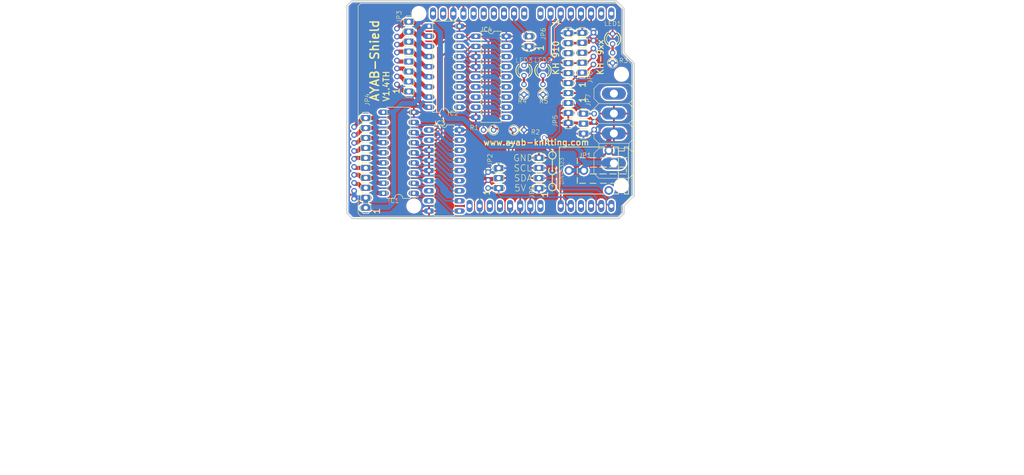
<source format=kicad_pcb>
(kicad_pcb (version 20211014) (generator pcbnew)
  (layers (0 "F.Cu" signal) (31 "B.Cu" signal) (34 "B.Paste" user) (35 "F.Paste" user) (36 "B.SilkS" user "B.Silkscreen") (37 "F.SilkS" user "F.Silkscreen") (38 "B.Mask" user) (39 "F.Mask" user) (44 "Edge.Cuts" user))
  (net 0 "")
  (net 1 "VIN")
  (net 2 "3V3")
  (net 3 "GND")
  (net 4 "+5V")
  (net 5 "N$1")
  (net 6 "N$10")
  (net 7 "N$11")
  (net 8 "N$12")
  (net 9 "N$13")
  (net 10 "N$14")
  (net 11 "N$15")
  (net 12 "N$16")
  (net 13 "SDA")
  (net 14 "SCL")
  (net 15 "N$17")
  (net 16 "N$18")
  (net 17 "N$19")
  (net 18 "N$20")
  (net 19 "N$21")
  (net 20 "N$22")
  (net 21 "N$23")
  (net 22 "N$24")
  (net 23 "N$25")
  (net 24 "N$26")
  (net 25 "N$27")
  (net 26 "N$28")
  (net 27 "N$29")
  (net 28 "N$30")
  (net 29 "N$31")
  (net 30 "N$32")
  (net 31 "ENC0PINC")
  (net 32 "EOL0R")
  (net 33 "EOL0L")
  (net 34 "N$34")
  (net 35 "+15V")
  (net 36 "N$35")
  (net 37 "N$36")
  (net 38 "+5V/1")
  (net 39 "N$37")
  (net 40 "N$38")
  (net 41 "N$2")
  (net 42 "N$3")
  (net 43 "N$4")
  (net 44 "N$5")
  (net 45 "N$6")
  (net 46 "N$7")
  (net 47 "N$8")
  (net 48 "N$9")
  (net 49 "RESET")
  (net 50 "ENC0PINA")
  (net 51 "ENC0PINB")
  (net 52 "N$33")
  (footprint "arduino_shield:A4L-LOC" (layer "F.Cu") (at 25.7302 196.4182)
    (fp_text reference "U$2" hide)
    (fp_text value "V1.3TH" hide)
  )
  (footprint "arduino_shield:1X02" (layer "F.Cu") (at 158.1658 87.8586 90)
    (fp_text reference "JP6")
    (fp_text value "")
  )
  (footprint "arduino_shield:NEB1R" (layer "F.Cu") (at 178.1683 120.2436 90)
    (fp_text reference "X1" hide)
    (fp_text value "NEB1R" hide)
  )
  (footprint "arduino_shield:1X04" (layer "F.Cu") (at 160.6423 120.8786 90)
    (fp_text reference "JP9")
    (fp_text value "")
  )
  (footprint "arduino_shield:0207_2V" (layer "F.Cu") (at 155.6258 110.0836)
    (fp_text reference "R2")
    (fp_text value "")
  )
  (footprint "arduino_shield:1X10" (layer "F.Cu") (at 168.0083 97.0661 -90)
    (fp_text reference "JP5")
    (fp_text value "")
  )
  (footprint "arduino_shield:1X08" (layer "F.Cu") (at 128.0033 91.6686 90)
    (fp_text reference "JP3")
    (fp_text value "")
  )
  (footprint "arduino_shield:DIL18" (layer "F.Cu") (at 136.8933 94.2086 90)
    (fp_text reference "IC2")
    (fp_text value "")
  )
  (footprint "arduino_shield:1X10" (layer "F.Cu") (at 114.2873 118.3386 90)
    (fp_text reference "JP4A0" hide)
    (fp_text value "1X10" hide)
  )
  (footprint "arduino_shield:0207_2V" (layer "F.Cu") (at 161.6583 99.9236 90)
    (fp_text reference "R5")
    (fp_text value "")
  )
  (footprint "arduino_shield:LED3MM" (layer "F.Cu") (at 156.8958 95.1611 90)
    (fp_text reference "LED3")
    (fp_text value "")
  )
  (footprint "arduino_shield:0207_2V" (layer "F.Cu") (at 179.1208 91.9861 90)
    (fp_text reference "R3")
    (fp_text value "")
  )
  (footprint "arduino_shield:DIL18" (layer "F.Cu") (at 125.4633 115.7986 90)
    (fp_text reference "IC1")
    (fp_text value "")
  )
  (footprint "arduino_shield:LED3MM" (layer "F.Cu") (at 179.1208 87.2236 90)
    (fp_text reference "LED1")
    (fp_text value "")
  )
  (footprint "arduino_shield:1X03" (layer "F.Cu") (at 171.8183 108.4961 -90)
    (fp_text reference "JP7")
    (fp_text value "")
  )
  (footprint "arduino_shield:1X05" (layer "F.Cu") (at 171.5008 90.7161 -90)
    (fp_text reference "JP8")
    (fp_text value "")
  )
  (footprint "arduino_shield:0207_2V" (layer "F.Cu") (at 148.0058 110.0836 180)
    (fp_text reference "R1")
    (fp_text value "")
  )
  (footprint "arduino_shield:DIL18" (layer "F.Cu") (at 136.8933 120.2436 -90)
    (fp_text reference "IC3")
    (fp_text value "MCP2300X/P" hide)
  )
  (footprint "arduino_shield:LED3MM" (layer "F.Cu") (at 161.6583 95.1611 90)
    (fp_text reference "LED2")
    (fp_text value "")
  )
  (footprint "arduino_shield:1X3" (layer "F.Cu") (at 174.498 108.0008 -90)
    (fp_text reference "JP7A0" hide)
    (fp_text value "1X3" hide)
  )
  (footprint "arduino_shield:AYAB_POW" (layer "F.Cu") (at 179.4383 105.9561 -90)
    (fp_text reference "JP1")
    (fp_text value "POWERCON" hide)
  )
  (footprint "arduino_shield:0207_2V" (layer "F.Cu") (at 156.8958 99.9236 90)
    (fp_text reference "R4")
    (fp_text value "")
  )
  (footprint "arduino_shield:1X3" (layer "F.Cu") (at 147.9042 122.6566 90)
    (fp_text reference "JP2A0" hide)
    (fp_text value "1X3" hide)
  )
  (footprint "arduino_shield:DIL18" (layer "F.Cu") (at 148.6408 96.7486 -90)
    (fp_text reference "IC4")
    (fp_text value "MCP2300X/P" hide)
  )
  (footprint "arduino_shield:1X03" (layer "F.Cu") (at 150.5458 122.1486 90)
    (fp_text reference "JP2")
    (fp_text value "")
  )
  (footprint "arduino_shield:1X10" (layer "F.Cu") (at 117.2083 118.3386 90)
    (fp_text reference "JP4")
    (fp_text value "")
  )
  (footprint "arduino_shield:1X8" (layer "F.Cu") (at 125.0315 91.6559 90)
    (fp_text reference "JP3A0" hide)
    (fp_text value "1X8" hide)
  )
  (footprint "arduino_shield:UNOTP" (layer "F.Cu") (at 115.3033 131.6736)
    (fp_text reference "ARD1" hide)
    (fp_text value "UNOTP" hide)
  )
  (footprint "arduino_shield:1X5" (layer "F.Cu") (at 174.3202 89.6493 -90)
    (fp_text reference "JP8A0" hide)
    (fp_text value "1X5" hide)
  )
  (gr_line (start 164.0078 123.4567) (end 164.0078 121.2723) (layer "F.SilkS") (width 0.254))
  (gr_line (start 164.0078 117.3734) (end 164.0078 120.3325) (layer "F.SilkS") (width 0.254))
  (gr_circle (center 164.0078 120.3325) (end 164.14039 120.3325) (layer "F.SilkS") (width 0.254) (fill none))
  (gr_arc (start 164.7952 119.7737) (mid 163.976684 121.26583) (end 163.2585 119.7229) (layer "F.SilkS") (width 0.254))
  (gr_circle (center 164.0078 124.3965) (end 164.933156 124.3965) (layer "F.SilkS") (width 0.254) (fill none))
  (gr_circle (center 164.0078 116.4336) (end 164.933156 116.4336) (layer "F.SilkS") (width 0.254) (fill none))
  (gr_line (start 113.8555 132.3086) (end 180.7083 132.3086) (layer "Edge.Cuts") (width 0.3048))
  (gr_line (start 180.0733 77.6986) (end 113.6904 77.6986) (layer "Edge.Cuts") (width 0.3048))
  (gr_line (start 181.9783 79.6036) (end 180.0733 77.6986) (layer "Edge.Cuts") (width 0.3048))
  (gr_line (start 112.4839 78.867) (end 112.4839 130.937) (layer "Edge.Cuts") (width 0.3048))
  (gr_line (start 181.9783 90.7161) (end 181.9783 79.6036) (layer "Edge.Cuts") (width 0.3048))
  (gr_line (start 112.4839 130.937) (end 113.8555 132.3086) (layer "Edge.Cuts") (width 0.3048))
  (gr_line (start 113.6904 77.6986) (end 112.4839 78.867) (layer "Edge.Cuts") (width 0.3048))
  (gr_line (start 184.5183 126.5936) (end 184.5183 93.2561) (layer "Edge.Cuts") (width 0.3048))
  (gr_line (start 184.5183 93.2561) (end 181.9783 90.7161) (layer "Edge.Cuts") (width 0.3048))
  (gr_line (start 181.9783 129.1336) (end 184.5183 126.5936) (layer "Edge.Cuts") (width 0.3048))
  (gr_line (start 180.7083 132.3086) (end 181.9783 131.0386) (layer "Edge.Cuts") (width 0.3048))
  (gr_line (start 181.9783 131.0386) (end 181.9783 129.1336) (layer "Edge.Cuts") (width 0.3048))
  (gr_text "1" (at 172.4533 103.4161 90) (layer "F.SilkS") (effects (font (size 1.5113 1.5113) (thickness 0.2667)) (justify left bottom)))
  (gr_text "5V" (at 154.3812 125.603) (layer "F.SilkS") (effects (font (size 1.63576 1.63576) (thickness 0.14224)) (justify left bottom)))
  (gr_text "www.ayab-knitting.com" (at 173.4058 112.3061) (layer "F.SilkS") (effects (font (size 1.5113 1.5113) (thickness 0.2667)) (justify right top)))
  (gr_text "1" (at 172.4533 99.6061 90) (layer "F.SilkS") (effects (font (size 1.5113 1.5113) (thickness 0.2667)) (justify left bottom)))
  (gr_text "AYAB-Shield" (at 120.7008 103.0986 90) (layer "F.SilkS") (effects (font (size 2.159 2.159) (thickness 0.381)) (justify left bottom)))
  (gr_text "V1.4TH" (at 123.2408 103.0986 90) (layer "F.SilkS") (effects (font (size 1.5113 1.5113) (thickness 0.2667)) (justify left bottom)))
  (gr_text "1" (at 119.0879 129.54 90) (layer "F.SilkS") (effects (font (size 1.5113 1.5113) (thickness 0.2667)) (justify right top)))
  (gr_text "1" (at 163.0172 127.1524 90) (layer "F.SilkS") (effects (font (size 1.5113 1.5113) (thickness 0.2667)) (justify left bottom)))
  (gr_text "1" (at 125.7808 101.1936 90) (layer "F.SilkS") (effects (font (size 1.5113 1.5113) (thickness 0.2667)) (justify left bottom)))
  (gr_text "1" (at 148.4376 126.6063 90) (layer "F.SilkS") (effects (font (size 1.5113 1.5113) (thickness 0.2667)) (justify left bottom)))
  (gr_text "KH 910" (at 165.7858 96.4311 90) (layer "F.SilkS") (effects (font (size 1.5113 1.5113) (thickness 0.2667)) (justify left bottom)))
  (gr_text "1" (at 161.9758 90.3986 90) (layer "F.SilkS") (effects (font (size 1.5113 1.5113) (thickness 0.2667)) (justify left bottom)))
  (gr_text "SCL" (at 154.2161 120.5992) (layer "F.SilkS") (effects (font (size 1.63576 1.63576) (thickness 0.14224)) (justify left bottom)))
  (gr_text "1" (at 165.7858 84.0486 90) (layer "F.SilkS") (effects (font (size 1.5113 1.5113) (thickness 0.2667)) (justify left bottom)))
  (gr_text "GND" (at 154.1145 118.0592) (layer "F.SilkS") (effects (font (size 1.63576 1.63576) (thickness 0.14224)) (justify left bottom)))
  (gr_text "+" (at 164.5285 124.7394 90) (layer "F.SilkS") (effects (font (size 0.9144 0.9144) (thickness 0.1016)) (justify left bottom)))
  (gr_text "SDA" (at 154.2923 123.1011) (layer "F.SilkS") (effects (font (size 1.63576 1.63576) (thickness 0.14224)) (justify left bottom)))
  (gr_text "KH-9xx" (at 176.9491 96.4565 90) (layer "F.SilkS") (effects (font (size 1.5113 1.5113) (thickness 0.2667)) (justify left bottom)))
  (gr_text "-" (at 164.5539 116.7511 90) (layer "F.SilkS") (effects (font (size 0.9144 0.9144) (thickness 0.1016)) (justify left bottom)))
  (segment (start 147.9042 122.6566) (end 150.1267 122.6566) (width 0.6096) (layer "F.Cu") (net 3))
  (segment (start 176.0728 87.6935) (end 172.0234 87.6935) (width 0.6096) (layer "F.Cu") (net 3))
  (segment (start 174.3456 107.8103) (end 173.8757 108.2802) (width 0.6096) (layer "F.Cu") (net 3))
  (segment (start 176.0286 87.6493) (end 176.0728 87.6935) (width 0.6096) (layer "F.Cu") (net 3))
  (segment (start 176.6951 107.8103) (end 174.3456 107.8103) (width 0.6096) (layer "F.Cu") (net 3))
  (segment (start 178.1683 112.2261) (end 179.4383 110.9561) (width 1.27) (layer "F.Cu") (net 3))
  (segment (start 147.1168 122.1867) (end 146.8247 122.4788) (width 0.6096) (layer "F.Cu") (net 3))
  (segment (start 178.1683 115.2436) (end 178.1683 112.2261) (width 1.27) (layer "F.Cu") (net 3))
  (segment (start 171.4008 88.3161) (end 171.5008 88.2161) (width 0.6096) (layer "F.Cu") (net 3))
  (segment (start 173.8757 108.2802) (end 168.0442 108.2802) (width 0.6096) (layer "F.Cu") (net 3))
  (segment (start 146.7104 122.4788) (end 146.6342 122.4026) (width 0.6096) (layer "F.Cu") (net 3))
  (segment (start 168.0083 88.3161) (end 171.4008 88.3161) (width 0.6096) (layer "F.Cu") (net 3))
  (segment (start 171.8183 108.4961) (end 176.0093 108.4961) (width 0.6096) (layer "F.Cu") (net 3))
  (segment (start 174.3202 87.6493) (end 176.0286 87.6493) (width 0.6096) (layer "F.Cu") (net 3))
  (segment (start 150.1267 122.6566) (end 150.5966 122.1867) (width 0.6096) (layer "F.Cu") (net 3))
  (segment (start 176.0093 108.4961) (end 176.6951 107.8103) (width 0.6096) (layer "F.Cu") (net 3))
  (segment (start 168.0442 108.2802) (end 168.0083 108.3161) (width 0.6096) (layer "F.Cu") (net 3))
  (segment (start 146.8247 122.4788) (end 146.7104 122.4788) (width 0.6096) (layer "F.Cu") (net 3))
  (segment (start 168.1883 108.4961) (end 168.0083 108.3161) (width 0.6096) (layer "F.Cu") (net 3))
  (segment (start 172.0234 87.6935) (end 171.5008 88.2161) (width 0.6096) (layer "F.Cu") (net 3))
  (segment (start 150.5966 122.1867) (end 147.1168 122.1867) (width 0.6096) (layer "F.Cu") (net 3))
  (segment (start 147.9042 120.6566) (end 149.5486 120.6566) (width 0.6096) (layer "B.Cu") (net 4))
  (segment (start 150.5585 119.6467) (end 150.5585 120.0531) (width 0.6096) (layer "B.Cu") (net 4))
  (segment (start 149.5486 120.6566) (end 150.5585 119.6467) (width 0.6096) (layer "B.Cu") (net 4))
  (segment (start 149.9108 105.6386) (end 143.5608 105.6386) (width 0.4064) (layer "B.Cu") (net 5))
  (segment (start 143.5608 105.6386) (end 142.2908 104.3686) (width 0.4064) (layer "B.Cu") (net 5))
  (segment (start 151.1808 106.9086) (end 149.9108 105.6386) (width 0.4064) (layer "B.Cu") (net 5))
  (segment (start 142.2908 104.3686) (end 140.7033 104.3686) (width 0.4064) (layer "B.Cu") (net 5))
  (segment (start 152.4508 106.9086) (end 151.1808 106.9086) (width 0.4064) (layer "B.Cu") (net 5))
  (segment (start 150.8633 104.3686) (end 149.5933 103.0986) (width 0.4064) (layer "B.Cu") (net 6))
  (segment (start 142.2908 101.8286) (end 140.7033 101.8286) (width 0.4064) (layer "B.Cu") (net 6))
  (segment (start 152.4508 104.3686) (end 150.8633 104.3686) (width 0.4064) (layer "B.Cu") (net 6))
  (segment (start 149.5933 103.0986) (end 143.5608 103.0986) (width 0.4064) (layer "B.Cu") (net 6))
  (segment (start 143.5608 103.0986) (end 142.2908 101.8286) (width 0.4064) (layer "B.Cu") (net 6))
  (segment (start 152.4508 101.8286) (end 150.8633 101.8286) (width 0.4064) (layer "B.Cu") (net 7))
  (segment (start 150.8633 101.8286) (end 149.5933 100.5586) (width 0.4064) (layer "B.Cu") (net 7))
  (segment (start 142.2908 99.2886) (end 140.7033 99.2886) (width 0.4064) (layer "B.Cu") (net 7))
  (segment (start 143.5608 100.5586) (end 142.2908 99.2886) (width 0.4064) (layer "B.Cu") (net 7))
  (segment (start 149.5933 100.5586) (end 143.5608 100.5586) (width 0.4064) (layer "B.Cu") (net 7))
  (segment (start 143.5608 98.0186) (end 142.2908 96.7486) (width 0.4064) (layer "B.Cu") (net 8))
  (segment (start 152.4508 99.2886) (end 150.8633 99.2886) (width 0.4064) (layer "B.Cu") (net 8))
  (segment (start 149.5933 98.0186) (end 143.5608 98.0186) (width 0.4064) (layer "B.Cu") (net 8))
  (segment (start 142.2908 96.7486) (end 140.7033 96.7486) (width 0.4064) (layer "B.Cu") (net 8))
  (segment (start 150.8633 99.2886) (end 149.5933 98.0186) (width 0.4064) (layer "B.Cu") (net 8))
  (segment (start 151.1808 96.7486) (end 149.9108 95.4786) (width 0.4064) (layer "B.Cu") (net 9))
  (segment (start 149.9108 95.4786) (end 143.5608 95.4786) (width 0.4064) (layer "B.Cu") (net 9))
  (segment (start 143.5608 95.4786) (end 142.2908 94.2086) (width 0.4064) (layer "B.Cu") (net 9))
  (segment (start 142.2908 94.2086) (end 140.7033 94.2086) (width 0.4064) (layer "B.Cu") (net 9))
  (segment (start 152.4508 96.7486) (end 151.1808 96.7486) (width 0.4064) (layer "B.Cu") (net 9))
  (segment (start 141.9733 91.6686) (end 140.7033 91.6686) (width 0.4064) (layer "B.Cu") (net 10))
  (segment (start 149.5933 92.9386) (end 143.2433 92.9386) (width 0.4064) (layer "B.Cu") (net 10))
  (segment (start 143.2433 92.9386) (end 141.9733 91.6686) (width 0.4064) (layer "B.Cu") (net 10))
  (segment (start 150.8633 94.2086) (end 149.5933 92.9386) (width 0.4064) (layer "B.Cu") (net 10))
  (segment (start 152.4508 94.2086) (end 150.8633 94.2086) (width 0.4064) (layer "B.Cu") (net 10))
  (segment (start 143.2433 90.3986) (end 141.9733 89.1286) (width 0.4064) (layer "B.Cu") (net 11))
  (segment (start 150.8633 91.6686) (end 149.5933 90.3986) (width 0.4064) (layer "B.Cu") (net 11))
  (segment (start 149.5933 90.3986) (end 143.2433 90.3986) (width 0.4064) (layer "B.Cu") (net 11))
  (segment (start 152.4508 91.6686) (end 150.8633 91.6686) (width 0.4064) (layer "B.Cu") (net 11))
  (segment (start 141.9733 89.1286) (end 140.7033 89.1286) (width 0.4064) (layer "B.Cu") (net 11))
  (segment (start 142.2908 86.5886) (end 140.7033 86.5886) (width 0.4064) (layer "B.Cu") (net 12))
  (segment (start 143.5608 87.8586) (end 142.2908 86.5886) (width 0.4064) (layer "B.Cu") (net 12))
  (segment (start 149.5933 87.8586) (end 143.5608 87.8586) (width 0.4064) (layer "B.Cu") (net 12))
  (segment (start 150.8633 89.1286) (end 149.5933 87.8586) (width 0.4064) (layer "B.Cu") (net 12))
  (segment (start 152.4508 89.1286) (end 150.8633 89.1286) (width 0.4064) (layer "B.Cu") (net 12))
  (segment (start 136.2583 91.6686) (end 137.5283 90.3986) (width 0.4064) (layer "F.Cu") (net 13))
  (segment (start 133.0833 112.6236) (end 134.9883 112.6236) (width 0.4064) (layer "F.Cu") (net 13))
  (segment (start 153.0858 120.2436) (end 154.9908 122.1486) (width 0.4064) (layer "F.Cu") (net 13))
  (segment (start 149.2758 110.0836) (end 149.5933 110.0836) (width 0.4064) (layer "F.Cu") (net 13))
  (segment (start 149.5933 109.7661) (end 147.0533 107.2261) (width 0.4064) (layer "F.Cu") (net 13))
  (segment (start 149.5933 109.7661) (end 152.1333 109.7661) (width 0.4064) (layer "F.Cu") (net 13))
  (segment (start 142.2908 90.3986) (end 143.5608 89.1286) (width 0.4064) (layer "F.Cu") (net 13))
  (segment (start 147.0533 107.2261) (end 147.0533 89.7636) (width 0.4064) (layer "F.Cu") (net 13))
  (segment (start 137.5283 90.3986) (end 142.2908 90.3986) (width 0.4064) (layer "F.Cu") (net 13))
  (segment (start 149.5933 110.0836) (end 149.5933 109.7661) (width 0.4064) (layer "F.Cu") (net 13))
  (segment (start 160.6423 122.1486) (end 154.9908 122.1486) (width 0.4064) (layer "F.Cu") (net 13))
  (segment (start 136.2583 111.3536) (end 136.2583 91.6686) (width 0.4064) (layer "F.Cu") (net 13))
  (segment (start 147.0533 89.7636) (end 146.4183 89.1286) (width 0.4064) (layer "F.Cu") (net 13))
  (segment (start 146.4183 89.1286) (end 144.8308 89.1286) (width 0.4064) (layer "F.Cu") (net 13))
  (segment (start 152.1333 109.7661) (end 153.0858 110.7186) (width 0.4064) (layer "F.Cu") (net 13))
  (segment (start 153.0858 110.7186) (end 153.0858 120.2436) (width 0.4064) (layer "F.Cu") (net 13))
  (segment (start 134.9883 112.6236) (end 136.2583 111.3536) (width 0.4064) (layer "F.Cu") (net 13))
  (segment (start 143.5608 89.1286) (end 144.8308 89.1286) (width 0.4064) (layer "F.Cu") (net 13))
  (segment (start 174.9933 128.4986) (end 175.6283 129.1336) (width 0.4064) (layer "B.Cu") (net 13))
  (segment (start 164.8333 122.7836) (end 164.8333 125.3236) (width 0.4064) (layer "B.Cu") (net 13))
  (segment (start 174.9933 126.9111) (end 174.9933 128.4986) (width 0.4064) (layer "B.Cu") (net 13))
  (segment (start 175.6283 129.1336) (end 176.2633 129.1336) (width 0.4064) (layer "B.Cu") (net 13))
  (segment (start 160.6423 122.1486) (end 164.1983 122.1486) (width 0.4064) (layer "B.Cu") (net 13))
  (segment (start 164.1983 122.1486) (end 164.8333 122.7836) (width 0.4064) (layer "B.Cu") (net 13))
  (segment (start 165.4683 125.9586) (end 174.0408 125.9586) (width 0.4064) (layer "B.Cu") (net 13))
  (segment (start 164.8333 125.3236) (end 165.4683 125.9586) (width 0.4064) (layer "B.Cu") (net 13))
  (segment (start 174.0408 125.9586) (end 174.9933 126.9111) (width 0.4064) (layer "B.Cu") (net 13))
  (segment (start 136.8933 87.8586) (end 142.2908 87.8586) (width 0.4064) (layer "F.Cu") (net 14))
  (segment (start 134.6708 110.0836) (end 135.3058 109.4486) (width 0.4064) (layer "F.Cu") (net 14))
  (segment (start 154.0383 110.4011) (end 154.0383 118.6561) (width 0.4064) (layer "F.Cu") (net 14))
  (segment (start 154.0383 118.6561) (end 154.9908 119.6086) (width 0.4064) (layer "F.Cu") (net 14))
  (segment (start 148.0058 88.1761) (end 146.4183 86.5886) (width 0.4064) (layer "F.Cu") (net 14))
  (segment (start 135.3058 109.4486) (end 135.3058 89.4461) (width 0.4064) (layer "F.Cu") (net 14))
  (segment (start 152.4508 108.8136) (end 154.0383 110.4011) (width 0.4064) (layer "F.Cu") (net 14))
  (segment (start 135.3058 89.4461) (end 136.8933 87.8586) (width 0.4064) (layer "F.Cu") (net 14))
  (segment (start 148.0058 106.9086) (end 148.0058 88.1761) (width 0.4064) (layer "F.Cu") (net 14))
  (segment (start 142.2908 87.8586) (end 143.5608 86.5886) (width 0.4064) (layer "F.Cu") (net 14))
  (segment (start 149.9108 108.8136) (end 148.0058 106.9086) (width 0.4064) (layer "F.Cu") (net 14))
  (segment (start 146.4183 86.5886) (end 144.8308 86.5886) (width 0.4064) (layer "F.Cu") (net 14))
  (segment (start 154.3558 110.0836) (end 154.0383 110.0836) (width 0.4064) (layer "F.Cu") (net 14))
  (segment (start 143.5608 86.5886) (end 144.8308 86.5886) (width 0.4064) (layer "F.Cu") (net 14))
  (segment (start 149.9108 108.8136) (end 152.4508 108.8136) (width 0.4064) (layer "F.Cu") (net 14))
  (segment (start 154.0383 110.0836) (end 154.0383 110.4011) (width 0.4064) (layer "F.Cu") (net 14))
  (segment (start 154.9908 119.6086) (end 160.6423 119.6086) (width 0.4064) (layer "F.Cu") (net 14))
  (segment (start 133.0833 110.0836) (end 134.6708 110.0836) (width 0.4064) (layer "F.Cu") (net 14))
  (segment (start 164.5158 119.6086) (end 165.7858 120.8786) (width 0.4064) (layer "B.Cu") (net 14))
  (segment (start 175.3108 125.0061) (end 177.5333 127.2286) (width 0.4064) (layer "B.Cu") (net 14))
  (segment (start 160.6423 119.6086) (end 164.5158 119.6086) (width 0.4064) (layer "B.Cu") (net 14))
  (segment (start 166.4208 125.0061) (end 175.3108 125.0061) (width 0.4064) (layer "B.Cu") (net 14))
  (segment (start 177.5333 128.4986) (end 178.1683 129.1336) (width 0.4064) (layer "B.Cu") (net 14))
  (segment (start 177.5333 127.2286) (end 177.5333 128.4986) (width 0.4064) (layer "B.Cu") (net 14))
  (segment (start 165.7858 124.3711) (end 166.4208 125.0061) (width 0.4064) (layer "B.Cu") (net 14))
  (segment (start 165.7858 120.8786) (end 165.7858 124.3711) (width 0.4064) (layer "B.Cu") (net 14))
  (segment (start 178.1683 129.1336) (end 178.8033 129.1336) (width 0.4064) (layer "B.Cu") (net 14))
  (segment (start 128.0033 100.4186) (end 126.7942 100.4186) (width 1.016) (layer "F.Cu") (net 15))
  (segment (start 133.0833 104.3686) (end 132.1308 104.3686) (width 1.016) (layer "F.Cu") (net 15))
  (segment (start 130.2258 101.8286) (end 128.9558 100.5586) (width 1.016) (layer "F.Cu") (net 15))
  (segment (start 128.1433 100.5586) (end 128.0033 100.4186) (width 1.016) (layer "F.Cu") (net 15))
  (segment (start 128.9558 100.5586) (end 128.1433 100.5586) (width 1.016) (layer "F.Cu") (net 15))
  (segment (start 126.7942 100.4186) (end 125.0315 98.6559) (width 1.016) (layer "F.Cu") (net 15))
  (segment (start 130.2258 102.4636) (end 130.2258 101.8286) (width 1.016) (layer "F.Cu") (net 15))
  (segment (start 132.1308 104.3686) (end 130.2258 102.4636) (width 1.016) (layer "F.Cu") (net 15))
  (segment (start 132.1308 101.8286) (end 130.5433 100.2411) (width 1.016) (layer "F.Cu") (net 16))
  (segment (start 133.0833 101.8286) (end 132.1308 101.8286) (width 1.016) (layer "F.Cu") (net 16))
  (segment (start 130.5433 99.6061) (end 128.9558 98.0186) (width 1.016) (layer "F.Cu") (net 16))
  (segment (start 130.5433 100.2411) (end 130.5433 99.6061) (width 1.016) (layer "F.Cu") (net 16))
  (segment (start 127.2175 97.9186) (end 125.9713 96.6724) (width 1.016) (layer "F.Cu") (net 16))
  (segment (start 128.9558 98.0186) (end 128.1033 98.0186) (width 1.016) (layer "F.Cu") (net 16))
  (segment (start 128.1033 98.0186) (end 128.0033 97.9186) (width 1.016) (layer "F.Cu") (net 16))
  (segment (start 125.048 96.6724) (end 125.0315 96.6559) (width 1.016) (layer "F.Cu") (net 16))
  (segment (start 125.9713 96.6724) (end 125.048 96.6724) (width 1.016) (layer "F.Cu") (net 16))
  (segment (start 128.0033 97.9186) (end 127.2175 97.9186) (width 1.016) (layer "F.Cu") (net 16))
  (segment (start 128.0633 95.4786) (end 128.0033 95.4186) (width 1.016) (layer "F.Cu") (net 17))
  (segment (start 130.5433 97.7011) (end 130.5433 97.0661) (width 1.016) (layer "F.Cu") (net 17))
  (segment (start 128.9558 95.4786) (end 128.0633 95.4786) (width 1.016) (layer "F.Cu") (net 17))
  (segment (start 127.3845 95.4186) (end 126.6444 94.6785) (width 1.016) (layer "F.Cu") (net 17))
  (segment (start 126.6444 94.6785) (end 125.0541 94.6785) (width 1.016) (layer "F.Cu") (net 17))
  (segment (start 128.0033 95.4186) (end 127.3845 95.4186) (width 1.016) (layer "F.Cu") (net 17))
  (segment (start 132.1308 99.2886) (end 130.5433 97.7011) (width 1.016) (layer "F.Cu") (net 17))
  (segment (start 133.0833 99.2886) (end 132.1308 99.2886) (width 1.016) (layer "F.Cu") (net 17))
  (segment (start 125.0541 94.6785) (end 125.0315 94.6559) (width 1.016) (layer "F.Cu") (net 17))
  (segment (start 130.5433 97.0661) (end 128.9558 95.4786) (width 1.016) (layer "F.Cu") (net 17))
  (segment (start 125.2942 92.9186) (end 125.0315 92.6559) (width 1.016) (layer "F.Cu") (net 18))
  (segment (start 132.1308 96.7486) (end 130.5433 95.1611) (width 1.016) (layer "F.Cu") (net 18))
  (segment (start 128.0233 92.9386) (end 128.0033 92.9186) (width 1.016) (layer "F.Cu") (net 18))
  (segment (start 128.0033 92.9186) (end 125.2942 92.9186) (width 1.016) (layer "F.Cu") (net 18))
  (segment (start 133.0833 96.7486) (end 132.1308 96.7486) (width 1.016) (layer "F.Cu") (net 18))
  (segment (start 130.5433 94.5261) (end 128.9558 92.9386) (width 1.016) (layer "F.Cu") (net 18))
  (segment (start 128.9558 92.9386) (end 128.0233 92.9386) (width 1.016) (layer "F.Cu") (net 18))
  (segment (start 130.5433 95.1611) (end 130.5433 94.5261) (width 1.016) (layer "F.Cu") (net 18))
  (segment (start 125.2688 90.4186) (end 125.0315 90.6559) (width 1.016) (layer "F.Cu") (net 19))
  (segment (start 130.5433 91.9861) (end 128.9558 90.3986) (width 1.016) (layer "F.Cu") (net 19))
  (segment (start 128.0033 90.4186) (end 125.2688 90.4186) (width 1.016) (layer "F.Cu") (net 19))
  (segment (start 128.9558 90.3986) (end 128.0233 90.3986) (width 1.016) (layer "F.Cu") (net 19))
  (segment (start 128.0233 90.3986) (end 128.0033 90.4186) (width 1.016) (layer "F.Cu") (net 19))
  (segment (start 133.0833 94.2086) (end 132.1308 94.2086) (width 1.016) (layer "F.Cu") (net 19))
  (segment (start 130.5433 92.6211) (end 130.5433 91.9861) (width 1.016) (layer "F.Cu") (net 19))
  (segment (start 132.1308 94.2086) (end 130.5433 92.6211) (width 1.016) (layer "F.Cu") (net 19))
  (segment (start 129.2733 88.1761) (end 128.2608 88.1761) (width 1.016) (layer "F.Cu") (net 20))
  (segment (start 128.0033 87.9186) (end 127.067 87.9186) (width 1.016) (layer "F.Cu") (net 20))
  (segment (start 128.2608 88.1761) (end 128.0033 87.9186) (width 1.016) (layer "F.Cu") (net 20))
  (segment (start 125.0851 88.7095) (end 125.0315 88.6559) (width 1.016) (layer "F.Cu") (net 20))
  (segment (start 130.5433 90.0811) (end 130.5433 89.4461) (width 1.016) (layer "F.Cu") (net 20))
  (segment (start 126.2761 88.7095) (end 125.0851 88.7095) (width 1.016) (layer "F.Cu") (net 20))
  (segment (start 132.1308 91.6686) (end 130.5433 90.0811) (width 1.016) (layer "F.Cu") (net 20))
  (segment (start 130.5433 89.4461) (end 129.2733 88.1761) (width 1.016) (layer "F.Cu") (net 20))
  (segment (start 133.0833 91.6686) (end 132.1308 91.6686) (width 1.016) (layer "F.Cu") (net 20))
  (segment (start 127.067 87.9186) (end 126.2761 88.7095) (width 1.016) (layer "F.Cu") (net 20))
  (segment (start 128.2208 85.6361) (end 128.0033 85.4186) (width 1.016) (layer "F.Cu") (net 21))
  (segment (start 125.0785 86.7029) (end 125.0315 86.6559) (width 1.016) (layer "F.Cu") (net 21))
  (segment (start 133.0833 89.1286) (end 132.1308 89.1286) (width 1.016) (layer "F.Cu") (net 21))
  (segment (start 132.1308 89.1286) (end 130.5433 87.5411) (width 1.016) (layer "F.Cu") (net 21))
  (segment (start 126.0221 86.7029) (end 125.0785 86.7029) (width 1.016) (layer "F.Cu") (net 21))
  (segment (start 130.5433 87.5411) (end 130.5433 86.9061) (width 1.016) (layer "F.Cu") (net 21))
  (segment (start 129.2733 85.6361) (end 128.2208 85.6361) (width 1.016) (layer "F.Cu") (net 21))
  (segment (start 128.0033 85.4186) (end 127.3064 85.4186) (width 1.016) (layer "F.Cu") (net 21))
  (segment (start 130.5433 86.9061) (end 129.2733 85.6361) (width 1.016) (layer "F.Cu") (net 21))
  (segment (start 127.3064 85.4186) (end 126.0221 86.7029) (width 1.016) (layer "F.Cu") (net 21))
  (segment (start 126.7688 82.9186) (end 125.0315 84.6559) (width 1.016) (layer "F.Cu") (net 22))
  (segment (start 129.2733 83.0961) (end 128.1808 83.0961) (width 1.016) (layer "F.Cu") (net 22))
  (segment (start 130.5433 84.3661) (end 129.2733 83.0961) (width 1.016) (layer "F.Cu") (net 22))
  (segment (start 133.0833 86.5886) (end 132.1308 86.5886) (width 1.016) (layer "F.Cu") (net 22))
  (segment (start 128.0033 82.9186) (end 126.7688 82.9186) (width 1.016) (layer "F.Cu") (net 22))
  (segment (start 130.5433 85.0011) (end 130.5433 84.3661) (width 1.016) (layer "F.Cu") (net 22))
  (segment (start 132.1308 86.5886) (end 130.5433 85.0011) (width 1.016) (layer "F.Cu") (net 22))
  (segment (start 128.1808 83.0961) (end 128.0033 82.9186) (width 1.016) (layer "F.Cu") (net 22))
  (segment (start 117.2083 107.0886) (end 116.5373 107.0886) (width 1.016) (layer "F.Cu") (net 23))
  (segment (start 117.2083 107.0886) (end 119.2933 107.0886) (width 1.016) (layer "F.Cu") (net 23))
  (segment (start 119.2933 107.0886) (end 120.3833 108.1786) (width 1.016) (layer "F.Cu") (net 23))
  (segment (start 116.5373 107.0886) (end 114.2873 109.3386) (width 1.016) (layer "F.Cu") (net 23))
  (segment (start 120.3833 108.1786) (end 121.6533 108.1786) (width 1.016) (layer "F.Cu") (net 23))
  (segment (start 115.0112 111.2139) (end 114.412 111.2139) (width 1.016) (layer "F.Cu") (net 24))
  (segment (start 119.2533 109.5886) (end 120.3833 110.7186) (width 1.016) (layer "F.Cu") (net 24))
  (segment (start 120.3833 110.7186) (end 121.6533 110.7186) (width 1.016) (layer "F.Cu") (net 24))
  (segment (start 117.2083 109.5886) (end 116.6365 109.5886) (width 1.016) (layer "F.Cu") (net 24))
  (segment (start 116.6365 109.5886) (end 115.0112 111.2139) (width 1.016) (layer "F.Cu") (net 24))
  (segment (start 114.412 111.2139) (end 114.2873 111.3386) (width 1.016) (layer "F.Cu") (net 24))
  (segment (start 117.2083 109.5886) (end 119.2533 109.5886) (width 1.016) (layer "F.Cu") (net 24))
  (segment (start 119.2133 112.0886) (end 120.3833 113.2586) (width 1.016) (layer "F.Cu") (net 25))
  (segment (start 114.38 113.2459) (end 114.2873 113.3386) (width 1.016) (layer "F.Cu") (net 25))
  (segment (start 117.2083 112.0886) (end 116.2447 112.0886) (width 1.016) (layer "F.Cu") (net 25))
  (segment (start 120.3833 113.2586) (end 121.6533 113.2586) (width 1.016) (layer "F.Cu") (net 25))
  (segment (start 115.0874 113.2459) (end 114.38 113.2459) (width 1.016) (layer "F.Cu") (net 25))
  (segment (start 117.2083 112.0886) (end 119.2133 112.0886) (width 1.016) (layer "F.Cu") (net 25))
  (segment (start 116.2447 112.0886) (end 115.0874 113.2459) (width 1.016) (layer "F.Cu") (net 25))
  (segment (start 115.9418 114.5886) (end 115.189 115.3414) (width 1.016) (layer "F.Cu") (net 26))
  (segment (start 117.2083 114.5886) (end 115.9418 114.5886) (width 1.016) (layer "F.Cu") (net 26))
  (segment (start 115.189 115.3414) (end 114.2901 115.3414) (width 1.016) (layer "F.Cu") (net 26))
  (segment (start 114.2901 115.3414) (end 114.2873 115.3386) (width 1.016) (layer "F.Cu") (net 26))
  (segment (start 119.1733 114.5886) (end 120.3833 115.7986) (width 1.016) (layer "F.Cu") (net 26))
  (segment (start 120.3833 115.7986) (end 121.6533 115.7986) (width 1.016) (layer "F.Cu") (net 26))
  (segment (start 117.2083 114.5886) (end 119.1733 114.5886) (width 1.016) (layer "F.Cu") (net 26))
  (segment (start 117.2083 117.0886) (end 119.1333 117.0886) (width 1.016) (layer "F.Cu") (net 27))
  (segment (start 120.3833 118.3386) (end 121.6533 118.3386) (width 1.016) (layer "F.Cu") (net 27))
  (segment (start 117.2083 117.0886) (end 114.5373 117.0886) (width 1.016) (layer "F.Cu") (net 27))
  (segment (start 114.5373 117.0886) (end 114.2873 117.3386) (width 1.016) (layer "F.Cu") (net 27))
  (segment (start 119.1333 117.0886) (end 120.3833 118.3386) (width 1.016) (layer "F.Cu") (net 27))
  (segment (start 117.2083 119.5886) (end 114.5373 119.5886) (width 1.016) (layer "F.Cu") (net 28))
  (segment (start 120.3833 120.8786) (end 121.6533 120.8786) (width 1.016) (layer "F.Cu") (net 28))
  (segment (start 117.2083 119.5886) (end 119.0933 119.5886) (width 1.016) (layer "F.Cu") (net 28))
  (segment (start 119.0933 119.5886) (end 120.3833 120.8786) (width 1.016) (layer "F.Cu") (net 28))
  (segment (start 114.5373 119.5886) (end 114.2873 119.3386) (width 1.016) (layer "F.Cu") (net 28))
  (segment (start 119.0533 122.0886) (end 120.3833 123.4186) (width 1.016) (layer "F.Cu") (net 29))
  (segment (start 120.3833 123.4186) (end 121.6533 123.4186) (width 1.016) (layer "F.Cu") (net 29))
  (segment (start 114.2901 121.3358) (end 114.2873 121.3386) (width 1.016) (layer "F.Cu") (net 29))
  (segment (start 115.4557 121.3358) (end 114.2901 121.3358) (width 1.016) (layer "F.Cu") (net 29))
  (segment (start 117.2083 122.0886) (end 116.2085 122.0886) (width 1.016) (layer "F.Cu") (net 29))
  (segment (start 117.2083 122.0886) (end 119.0533 122.0886) (width 1.016) (layer "F.Cu") (net 29))
  (segment (start 116.2085 122.0886) (end 115.4557 121.3358) (width 1.016) (layer "F.Cu") (net 29))
  (segment (start 115.3541 123.5964) (end 114.5451 123.5964) (width 1.016) (layer "F.Cu") (net 30))
  (segment (start 117.2083 124.5886) (end 116.3463 124.5886) (width 1.016) (layer "F.Cu") (net 30))
  (segment (start 119.0133 124.5886) (end 120.3833 125.9586) (width 1.016) (layer "F.Cu") (net 30))
  (segment (start 117.2083 124.5886) (end 119.0133 124.5886) (width 1.016) (layer "F.Cu") (net 30))
  (segment (start 120.3833 125.9586) (end 121.6533 125.9586) (width 1.016) (layer "F.Cu") (net 30))
  (segment (start 114.5451 123.5964) (end 114.2873 123.3386) (width 1.016) (layer "F.Cu") (net 30))
  (segment (start 116.3463 124.5886) (end 115.3541 123.5964) (width 1.016) (layer "F.Cu") (net 30))
  (segment (start 165.4683 83.0961) (end 164.1983 84.3661) (width 0.4064) (layer "F.Cu") (net 31))
  (segment (start 167.0558 98.3361) (end 167.9883 98.3361) (width 0.4064) (layer "F.Cu") (net 31))
  (segment (start 171.5008 95.7161) (end 170.9458 95.7161) (width 0.4064) (layer "F.Cu") (net 31))
  (segment (start 171.5008 95.7161) (end 172.2534 95.7161) (width 0.4064) (layer "F.Cu") (net 31))
  (segment (start 164.1983 84.3661) (end 164.1983 95.4786) (width 0.4064) (layer "F.Cu") (net 31))
  (segment (start 168.6433 82.4611) (end 168.6433 80.8736) (width 0.4064) (layer "F.Cu") (net 31))
  (segment (start 168.6433 98.0186) (end 168.3058 98.0186) (width 0.4064) (layer "F.Cu") (net 31))
  (segment (start 164.1983 95.4786) (end 167.0558 98.3361) (width 0.4064) (layer "F.Cu") (net 31))
  (segment (start 167.9883 98.3361) (end 168.0083 98.3161) (width 0.4064) (layer "F.Cu") (net 31))
  (segment (start 168.0083 83.0961) (end 165.4683 83.0961) (width 0.4064) (layer "F.Cu") (net 31))
  (segment (start 172.2534 95.7161) (end 174.3202 93.6493) (width 0.4064) (layer "F.Cu") (net 31))
  (segment (start 168.3058 98.0186) (end 168.0083 98.3161) (width 0.4064) (layer "F.Cu") (net 31))
  (segment (start 170.9458 95.7161) (end 168.6433 98.0186) (width 0.4064) (layer "F.Cu") (net 31))
  (segment (start 168.0083 83.0961) (end 168.6433 82.4611) (width 0.4064) (layer "F.Cu") (net 31))
  (segment (start 165.4683 124.6886) (end 165.4683 117.0686) (width 0.4064) (layer "F.Cu") (net 32))
  (segment (start 166.1033 129.1336) (end 166.1033 125.3236) (width 0.4064) (layer "F.Cu") (net 32))
  (segment (start 161.9758 113.5761) (end 161.9758 111.9886) (width 0.4064) (layer "F.Cu") (net 32))
  (segment (start 165.4683 117.0686) (end 161.9758 113.5761) (width 0.4064) (layer "F.Cu") (net 32))
  (segment (start 166.1033 125.3236) (end 165.4683 124.6886) (width 0.4064) (layer "F.Cu") (net 32))
  (via (at 161.9758 111.9886) (size 1.1048) (drill 0.8) (layers "F.Cu" "B.Cu") (net 32))
  (segment (start 167.0558 103.4161) (end 167.9083 103.4161) (width 0.4064) (layer "B.Cu") (net 32))
  (segment (start 165.7858 110.4011) (end 165.7858 104.6861) (width 0.4064) (layer "B.Cu") (net 32))
  (segment (start 165.7858 104.6861) (end 167.0558 103.4161) (width 0.4064) (layer "B.Cu") (net 32))
  (segment (start 169.1383 103.3161) (end 171.8183 105.9961) (width 0.4064) (layer "B.Cu") (net 32))
  (segment (start 171.8183 105.9961) (end 174.4933 105.9961) (width 0.4064) (layer "B.Cu") (net 32))
  (segment (start 164.1983 111.9886) (end 165.7858 110.4011) (width 0.4064) (layer "B.Cu") (net 32))
  (segment (start 168.0083 103.3161) (end 169.1383 103.3161) (width 0.4064) (layer "B.Cu") (net 32))
  (segment (start 174.4933 105.9961) (end 174.498 106.0008) (width 0.4064) (layer "B.Cu") (net 32))
  (segment (start 161.9758 111.9886) (end 164.1983 111.9886) (width 0.4064) (layer "B.Cu") (net 32))
  (segment (start 167.9083 103.4161) (end 168.0083 103.3161) (width 0.4064) (layer "B.Cu") (net 32))
  (segment (start 167.3733 128.4986) (end 168.0083 129.1336) (width 0.4064) (layer "B.Cu") (net 33))
  (segment (start 150.5458 124.6486) (end 147.9122 124.6486) (width 0.6096) (layer "B.Cu") (net 33))
  (segment (start 150.5458 124.6486) (end 150.5458 126.2761) (width 0.4064) (layer "B.Cu") (net 33))
  (segment (start 166.7383 126.9111) (end 167.3733 127.5461) (width 0.4064) (layer "B.Cu") (net 33))
  (segment (start 168.0083 129.1336) (end 168.6433 129.1336) (width 0.4064) (layer "B.Cu") (net 33))
  (segment (start 167.3733 127.5461) (end 167.3733 128.4986) (width 0.4064) (layer "B.Cu") (net 33))
  (segment (start 150.5458 126.2761) (end 151.1808 126.9111) (width 0.4064) (layer "B.Cu") (net 33))
  (segment (start 147.9122 124.6486) (end 147.9042 124.6566) (width 0.6096) (layer "B.Cu") (net 33))
  (segment (start 151.1808 126.9111) (end 166.7383 126.9111) (width 0.4064) (layer "B.Cu") (net 33))
  (segment (start 154.4193 82.8421) (end 158.1658 86.5886) (width 0.6096) (layer "B.Cu") (net 34))
  (segment (start 154.4193 80.8736) (end 154.4193 82.8421) (width 0.6096) (layer "B.Cu") (net 34))
  (segment (start 114.2873 127.3386) (end 114.2873 125.3386) (width 1.27) (layer "B.Cu") (net 35))
  (segment (start 117.9808 129.4511) (end 117.2083 129.5886) (width 1.27) (layer "B.Cu") (net 35))
  (segment (start 172.4533 118.3386) (end 171.1833 117.0686) (width 1.27) (layer "B.Cu") (net 35))
  (segment (start 124.1933 128.1811) (end 122.9233 129.4511) (width 1.27) (layer "B.Cu") (net 35))
  (segment (start 130.5433 85.6361) (end 130.5433 102.1461) (width 1.27) (layer "B.Cu") (net 35))
  (segment (start 179.3208 118.3386) (end 179.4383 118.4561) (width 1.27) (layer "B.Cu") (net 35))
  (segment (start 129.2733 103.4161) (end 126.4158 103.4161) (width 1.27) (layer "B.Cu") (net 35))
  (segment (start 135.9408 105.3211) (end 135.9408 85.6361) (width 1.27) (layer "B.Cu") (net 35))
  (segment (start 171.9183 120.2436) (end 171.9183 119.5086) (width 1.27) (layer "B.Cu") (net 35))
  (segment (start 171.1833 115.4811) (end 169.9133 114.2111) (width 1.27) (layer "B.Cu") (net 35))
  (segment (start 121.6533 105.6386) (end 124.1933 105.6386) (width 1.27) (layer "B.Cu") (net 35))
  (segment (start 137.8458 107.2261) (end 135.9408 105.3211) (width 1.27) (layer "B.Cu") (net 35))
  (segment (start 171.9183 119.5086) (end 173.0883 118.3386) (width 1.27) (layer "B.Cu") (net 35))
  (segment (start 130.5433 102.1461) (end 129.2733 103.4161) (width 1.27) (layer "B.Cu") (net 35))
  (segment (start 141.6558 107.2261) (end 137.8458 107.2261) (width 1.27) (layer "B.Cu") (net 35))
  (segment (start 126.4158 103.4161) (end 124.1933 105.6386) (width 1.27) (layer "B.Cu") (net 35))
  (segment (start 173.0883 118.3386) (end 179.3208 118.3386) (width 1.27) (layer "B.Cu") (net 35))
  (segment (start 169.9133 114.2111) (end 148.6408 114.2111) (width 1.27) (layer "B.Cu") (net 35))
  (segment (start 117.2083 129.5886) (end 117.2083 127.0886) (width 1.27) (layer "B.Cu") (net 35))
  (segment (start 132.1308 84.0486) (end 130.5433 85.6361) (width 1.27) (layer "B.Cu") (net 35))
  (segment (start 172.4533 118.3386) (end 173.0883 118.3386) (width 1.27) (layer "B.Cu") (net 35))
  (segment (start 117.2083 127.0886) (end 114.5373 127.0886) (width 1.27) (layer "B.Cu") (net 35))
  (segment (start 124.1933 105.6386) (end 124.1933 128.1811) (width 1.27) (layer "B.Cu") (net 35))
  (segment (start 133.0833 84.0486) (end 132.1308 84.0486) (width 1.27) (layer "B.Cu") (net 35))
  (segment (start 134.3533 84.0486) (end 133.0833 84.0486) (width 1.27) (layer "B.Cu") (net 35))
  (segment (start 122.9233 129.4511) (end 117.9808 129.4511) (width 1.27) (layer "B.Cu") (net 35))
  (segment (start 114.5373 127.0886) (end 114.2873 127.3386) (width 1.27) (layer "B.Cu") (net 35))
  (segment (start 171.1833 117.0686) (end 171.1833 115.4811) (width 1.27) (layer "B.Cu") (net 35))
  (segment (start 168.1683 120.2436) (end 171.9183 120.2436) (width 1.27) (layer "B.Cu") (net 35))
  (segment (start 135.9408 85.6361) (end 134.3533 84.0486) (width 1.27) (layer "B.Cu") (net 35))
  (segment (start 148.6408 114.2111) (end 141.6558 107.2261) (width 1.27) (layer "B.Cu") (net 35))
  (segment (start 179.4383 118.4561) (end 179.4383 118.6561) (width 1.27) (layer "B.Cu") (net 35))
  (segment (start 158.8008 91.9861) (end 156.8958 93.8911) (width 0.6096) (layer "B.Cu") (net 36))
  (segment (start 163.2458 84.0486) (end 163.2458 90.7161) (width 0.6096) (layer "B.Cu") (net 36))
  (segment (start 161.9758 91.9861) (end 158.8008 91.9861) (width 0.6096) (layer "B.Cu") (net 36))
  (segment (start 163.2458 90.7161) (end 161.9758 91.9861) (width 0.6096) (layer "B.Cu") (net 36))
  (segment (start 163.5633 80.8736) (end 163.5633 83.7311) (width 0.6096) (layer "B.Cu") (net 36))
  (segment (start 163.5633 83.7311) (end 163.2458 84.0486) (width 0.6096) (layer "B.Cu") (net 36))
  (segment (start 164.1983 91.3511) (end 161.6583 93.8911) (width 0.6096) (layer "B.Cu") (net 37))
  (segment (start 164.1983 84.3661) (end 164.1983 91.3511) (width 0.6096) (layer "B.Cu") (net 37))
  (segment (start 166.1033 82.4611) (end 164.1983 84.3661) (width 0.6096) (layer "B.Cu") (net 37))
  (segment (start 166.1033 80.8736) (end 166.1033 82.4611) (width 0.6096) (layer "B.Cu") (net 37))
  (segment (start 156.8958 96.4311) (end 156.8958 98.6536) (width 0.6096) (layer "F.Cu") (net 39))
  (segment (start 161.6583 96.4311) (end 161.6583 98.6536) (width 0.6096) (layer "F.Cu") (net 40))
  (segment (start 134.9883 126.5936) (end 129.9083 126.5936) (width 0.4064) (layer "B.Cu") (net 41))
  (segment (start 140.7033 130.4036) (end 138.7983 130.4036) (width 0.4064) (layer "B.Cu") (net 41))
  (segment (start 129.9083 126.5936) (end 129.2733 125.9586) (width 0.4064) (layer "B.Cu") (net 41))
  (segment (start 138.7983 130.4036) (end 134.9883 126.5936) (width 0.4064) (layer "B.Cu") (net 41))
  (segment (start 135.3058 125.0061) (end 134.3533 124.0536) (width 0.4064) (layer "B.Cu") (net 42))
  (segment (start 137.2108 127.8636) (end 135.3058 125.9586) (width 0.4064) (layer "B.Cu") (net 42))
  (segment (start 134.3533 124.0536) (end 129.9083 124.0536) (width 0.4064) (layer "B.Cu") (net 42))
  (segment (start 135.3058 125.9586) (end 135.3058 125.0061) (width 0.4064) (layer "B.Cu") (net 42))
  (segment (start 140.7033 127.8636) (end 137.2108 127.8636) (width 0.4064) (layer "B.Cu") (net 42))
  (segment (start 129.9083 124.0536) (end 129.2733 123.4186) (width 0.4064) (layer "B.Cu") (net 42))
  (segment (start 135.6233 121.5136) (end 129.9083 121.5136) (width 0.4064) (layer "B.Cu") (net 43))
  (segment (start 129.9083 121.5136) (end 129.2733 120.8786) (width 0.4064) (layer "B.Cu") (net 43))
  (segment (start 138.4808 124.6886) (end 138.4808 124.3711) (width 0.4064) (layer "B.Cu") (net 43))
  (segment (start 140.7033 125.3236) (end 139.1158 125.3236) (width 0.4064) (layer "B.Cu") (net 43))
  (segment (start 138.4808 124.3711) (end 135.6233 121.5136) (width 0.4064) (layer "B.Cu") (net 43))
  (segment (start 139.1158 125.3236) (end 138.4808 124.6886) (width 0.4064) (layer "B.Cu") (net 43))
  (segment (start 138.1633 122.7836) (end 134.3533 118.9736) (width 0.4064) (layer "B.Cu") (net 44))
  (segment (start 134.3533 118.9736) (end 129.9083 118.9736) (width 0.4064) (layer "B.Cu") (net 44))
  (segment (start 140.7033 122.7836) (end 138.1633 122.7836) (width 0.4064) (layer "B.Cu") (net 44))
  (segment (start 129.9083 118.9736) (end 129.2733 118.3386) (width 0.4064) (layer "B.Cu") (net 44))
  (segment (start 134.3533 116.4336) (end 129.9083 116.4336) (width 0.4064) (layer "B.Cu") (net 45))
  (segment (start 129.9083 116.4336) (end 129.2733 115.7986) (width 0.4064) (layer "B.Cu") (net 45))
  (segment (start 138.1633 120.2436) (end 134.3533 116.4336) (width 0.4064) (layer "B.Cu") (net 45))
  (segment (start 140.7033 120.2436) (end 138.1633 120.2436) (width 0.4064) (layer "B.Cu") (net 45))
  (segment (start 129.9083 113.8936) (end 129.2733 113.2586) (width 0.4064) (layer "B.Cu") (net 46))
  (segment (start 134.3533 113.8936) (end 129.9083 113.8936) (width 0.4064) (layer "B.Cu") (net 46))
  (segment (start 140.7033 117.7036) (end 138.1633 117.7036) (width 0.4064) (layer "B.Cu") (net 46))
  (segment (start 138.1633 117.7036) (end 134.3533 113.8936) (width 0.4064) (layer "B.Cu") (net 46))
  (segment (start 138.1633 115.1636) (end 134.3533 111.3536) (width 0.4064) (layer "B.Cu") (net 47))
  (segment (start 134.3533 111.3536) (end 129.9083 111.3536) (width 0.4064) (layer "B.Cu") (net 47))
  (segment (start 129.9083 111.3536) (end 129.2733 110.7186) (width 0.4064) (layer "B.Cu") (net 47))
  (segment (start 140.7033 115.1636) (end 138.1633 115.1636) (width 0.4064) (layer "B.Cu") (net 47))
  (segment (start 129.9083 108.8136) (end 129.2733 108.1786) (width 0.4064) (layer "B.Cu") (net 48))
  (segment (start 140.7033 112.6236) (end 138.4808 112.6236) (width 0.4064) (layer "B.Cu") (net 48))
  (segment (start 138.4808 112.6236) (end 134.6708 108.8136) (width 0.4064) (layer "B.Cu") (net 48))
  (segment (start 134.6708 108.8136) (end 129.9083 108.8136) (width 0.4064) (layer "B.Cu") (net 48))
  (segment (start 165.4683 85.0011) (end 165.4683 92.3036) (width 0.4064) (layer "F.Cu") (net 50))
  (segment (start 171.5008 93.2161) (end 172.7534 93.2161) (width 0.4064) (layer "F.Cu") (net 50))
  (segment (start 173.7233 83.4136) (end 172.7708 84.3661) (width 0.4064) (layer "F.Cu") (net 50))
  (segment (start 172.7708 84.3661) (end 166.1033 84.3661) (width 0.4064) (layer "F.Cu") (net 50))
  (segment (start 165.4683 85.0011) (end 166.1033 84.3661) (width 0.4064) (layer "F.Cu") (net 50))
  (segment (start 166.4208 93.2561) (end 167.9483 93.2561) (width 0.4064) (layer "F.Cu") (net 50))
  (segment (start 168.0083 93.3161) (end 171.4008 93.3161) (width 0.4064) (layer "F.Cu") (net 50))
  (segment (start 171.4008 93.3161) (end 171.5008 93.2161) (width 0.4064) (layer "F.Cu") (net 50))
  (segment (start 167.9483 93.2561) (end 168.0083 93.3161) (width 0.4064) (layer "F.Cu") (net 50))
  (segment (start 172.7534 93.2161) (end 174.3202 91.6493) (width 0.4064) (layer "F.Cu") (net 50))
  (segment (start 165.4683 92.3036) (end 166.4208 93.2561) (width 0.4064) (layer "F.Cu") (net 50))
  (segment (start 173.7233 80.8736) (end 173.7233 83.4136) (width 0.4064) (layer "F.Cu") (net 50))
  (segment (start 169.9133 83.7311) (end 171.1833 82.4611) (width 0.4064) (layer "F.Cu") (net 51))
  (segment (start 171.1833 82.4611) (end 171.1833 80.8736) (width 0.4064) (layer "F.Cu") (net 51))
  (segment (start 173.2534 90.7161) (end 174.3202 89.6493) (width 0.4064) (layer "F.Cu") (net 51))
  (segment (start 164.8333 94.5261) (end 165.94455 95.63735) (width 0.4064) (layer "F.Cu") (net 51))
  (segment (start 171.5008 90.7161) (end 173.2534 90.7161) (width 0.4064) (layer "F.Cu") (net 51))
  (segment (start 165.7858 83.7311) (end 169.9133 83.7311) (width 0.4064) (layer "F.Cu") (net 51))
  (segment (start 164.8333 84.6836) (end 164.8333 94.5261) (width 0.4064) (layer "F.Cu") (net 51))
  (segment (start 165.94455 95.63735) (end 167.82955 95.63735) (width 0.4064) (layer "F.Cu") (net 51))
  (segment (start 164.8333 84.6836) (end 165.7858 83.7311) (width 0.4064) (layer "F.Cu") (net 51))
  (segment (start 167.82955 95.63735) (end 168.0083 95.8161) (width 0.4064) (layer "F.Cu") (net 51))
  (segment (start 172.5676 97.3963) (end 176.0474 93.9165) (width 0.4064) (layer "B.Cu") (net 51))
  (segment (start 170.2943 97.3963) (end 172.5676 97.3963) (width 0.4064) (layer "B.Cu") (net 51))
  (segment (start 176.0474 91.3765) (end 174.3202 89.6493) (width 0.4064) (layer "B.Cu") (net 51))
  (segment (start 176.0474 93.9165) (end 176.0474 91.3765) (width 0.4064) (layer "B.Cu") (net 51))
  (segment (start 168.7141 95.8161) (end 168.0083 95.8161) (width 0.4064) (layer "B.Cu") (net 51))
  (segment (start 168.7141 95.8161) (end 170.2943 97.3963) (width 0.4064) (layer "B.Cu") (net 51))
  (segment (start 179.1208 88.4936) (end 179.1208 90.7161) (width 0.6096) (layer "F.Cu") (net 52))
  (zone (net 3) (net_name "GND") (layer "F.Cu") (priority 6) (connect_pads (clearance 0.4064)) (min_thickness 0.2032) (fill yes (thermal_gap 0.4564) (thermal_bridge_width 0.4564))
    (polygon (pts (xy 180.157484 77.495416) (xy 182.1815 79.519432) (xy 182.1815 90.631932) (xy 184.7215 93.171932) (xy 184.7215 126.677768) (xy 182.1815 129.217768) (xy 182.1815 131.122768) (xy 180.792468 132.5118) (xy 113.702271 132.5118) (xy 112.2807 130.952213) (xy 112.2807 78.71225) (xy 113.66396 77.482685)))
  )
  (zone (net 4) (net_name "+5V") (layer "B.Cu") (priority 6) (connect_pads (clearance 0.4064)) (min_thickness 0.2032) (fill yes (thermal_gap 0.4564) (thermal_bridge_width 0.4564))
    (polygon (pts (xy 180.157484 77.495416) (xy 182.1815 79.519432) (xy 182.1815 90.631932) (xy 184.7215 93.171932) (xy 184.7215 126.677768) (xy 182.1815 129.217768) (xy 182.1815 131.122768) (xy 180.792468 132.5118) (xy 113.733806 132.5118) (xy 112.2934 131.085244) (xy 112.2934 78.843942) (xy 113.710219 77.482684)))
  )
)
</source>
